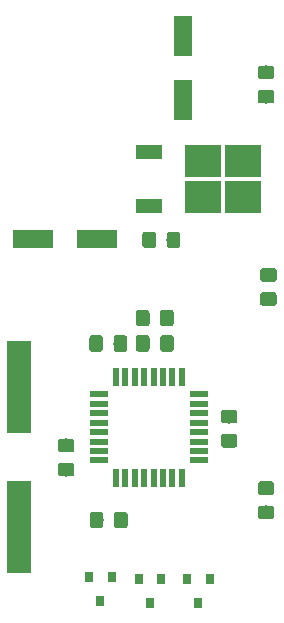
<source format=gbr>
G04 #@! TF.GenerationSoftware,KiCad,Pcbnew,5.0.2-bee76a0~70~ubuntu18.04.1*
G04 #@! TF.CreationDate,2018-12-03T19:26:52-05:00*
G04 #@! TF.ProjectId,LEDStuff,4c454453-7475-4666-962e-6b696361645f,rev?*
G04 #@! TF.SameCoordinates,Original*
G04 #@! TF.FileFunction,Paste,Top*
G04 #@! TF.FilePolarity,Positive*
%FSLAX46Y46*%
G04 Gerber Fmt 4.6, Leading zero omitted, Abs format (unit mm)*
G04 Created by KiCad (PCBNEW 5.0.2-bee76a0~70~ubuntu18.04.1) date Mon 03 Dec 2018 07:26:52 PM EST*
%MOMM*%
%LPD*%
G01*
G04 APERTURE LIST*
%ADD10C,0.100000*%
%ADD11C,1.150000*%
%ADD12R,1.600000X3.500000*%
%ADD13R,3.500000X1.600000*%
%ADD14R,0.800000X0.900000*%
%ADD15R,1.600000X0.550000*%
%ADD16R,0.550000X1.600000*%
%ADD17R,2.000000X7.875000*%
%ADD18R,2.200000X1.200000*%
%ADD19R,3.050000X2.750000*%
G04 APERTURE END LIST*
D10*
G04 #@! TO.C,C1*
G36*
X153280905Y-101973404D02*
X153305173Y-101977004D01*
X153328972Y-101982965D01*
X153352071Y-101991230D01*
X153374250Y-102001720D01*
X153395293Y-102014332D01*
X153414999Y-102028947D01*
X153433177Y-102045423D01*
X153449653Y-102063601D01*
X153464268Y-102083307D01*
X153476880Y-102104350D01*
X153487370Y-102126529D01*
X153495635Y-102149628D01*
X153501596Y-102173427D01*
X153505196Y-102197695D01*
X153506400Y-102222199D01*
X153506400Y-102872201D01*
X153505196Y-102896705D01*
X153501596Y-102920973D01*
X153495635Y-102944772D01*
X153487370Y-102967871D01*
X153476880Y-102990050D01*
X153464268Y-103011093D01*
X153449653Y-103030799D01*
X153433177Y-103048977D01*
X153414999Y-103065453D01*
X153395293Y-103080068D01*
X153374250Y-103092680D01*
X153352071Y-103103170D01*
X153328972Y-103111435D01*
X153305173Y-103117396D01*
X153280905Y-103120996D01*
X153256401Y-103122200D01*
X152356399Y-103122200D01*
X152331895Y-103120996D01*
X152307627Y-103117396D01*
X152283828Y-103111435D01*
X152260729Y-103103170D01*
X152238550Y-103092680D01*
X152217507Y-103080068D01*
X152197801Y-103065453D01*
X152179623Y-103048977D01*
X152163147Y-103030799D01*
X152148532Y-103011093D01*
X152135920Y-102990050D01*
X152125430Y-102967871D01*
X152117165Y-102944772D01*
X152111204Y-102920973D01*
X152107604Y-102896705D01*
X152106400Y-102872201D01*
X152106400Y-102222199D01*
X152107604Y-102197695D01*
X152111204Y-102173427D01*
X152117165Y-102149628D01*
X152125430Y-102126529D01*
X152135920Y-102104350D01*
X152148532Y-102083307D01*
X152163147Y-102063601D01*
X152179623Y-102045423D01*
X152197801Y-102028947D01*
X152217507Y-102014332D01*
X152238550Y-102001720D01*
X152260729Y-101991230D01*
X152283828Y-101982965D01*
X152307627Y-101977004D01*
X152331895Y-101973404D01*
X152356399Y-101972200D01*
X153256401Y-101972200D01*
X153280905Y-101973404D01*
X153280905Y-101973404D01*
G37*
D11*
X152806400Y-102547200D03*
D10*
G36*
X153280905Y-104023404D02*
X153305173Y-104027004D01*
X153328972Y-104032965D01*
X153352071Y-104041230D01*
X153374250Y-104051720D01*
X153395293Y-104064332D01*
X153414999Y-104078947D01*
X153433177Y-104095423D01*
X153449653Y-104113601D01*
X153464268Y-104133307D01*
X153476880Y-104154350D01*
X153487370Y-104176529D01*
X153495635Y-104199628D01*
X153501596Y-104223427D01*
X153505196Y-104247695D01*
X153506400Y-104272199D01*
X153506400Y-104922201D01*
X153505196Y-104946705D01*
X153501596Y-104970973D01*
X153495635Y-104994772D01*
X153487370Y-105017871D01*
X153476880Y-105040050D01*
X153464268Y-105061093D01*
X153449653Y-105080799D01*
X153433177Y-105098977D01*
X153414999Y-105115453D01*
X153395293Y-105130068D01*
X153374250Y-105142680D01*
X153352071Y-105153170D01*
X153328972Y-105161435D01*
X153305173Y-105167396D01*
X153280905Y-105170996D01*
X153256401Y-105172200D01*
X152356399Y-105172200D01*
X152331895Y-105170996D01*
X152307627Y-105167396D01*
X152283828Y-105161435D01*
X152260729Y-105153170D01*
X152238550Y-105142680D01*
X152217507Y-105130068D01*
X152197801Y-105115453D01*
X152179623Y-105098977D01*
X152163147Y-105080799D01*
X152148532Y-105061093D01*
X152135920Y-105040050D01*
X152125430Y-105017871D01*
X152117165Y-104994772D01*
X152111204Y-104970973D01*
X152107604Y-104946705D01*
X152106400Y-104922201D01*
X152106400Y-104272199D01*
X152107604Y-104247695D01*
X152111204Y-104223427D01*
X152117165Y-104199628D01*
X152125430Y-104176529D01*
X152135920Y-104154350D01*
X152148532Y-104133307D01*
X152163147Y-104113601D01*
X152179623Y-104095423D01*
X152197801Y-104078947D01*
X152217507Y-104064332D01*
X152238550Y-104051720D01*
X152260729Y-104041230D01*
X152283828Y-104032965D01*
X152307627Y-104027004D01*
X152331895Y-104023404D01*
X152356399Y-104022200D01*
X153256401Y-104022200D01*
X153280905Y-104023404D01*
X153280905Y-104023404D01*
G37*
D11*
X152806400Y-104597200D03*
G04 #@! TD*
D12*
G04 #@! TO.C,C2*
X148890996Y-75712071D03*
X148890996Y-70312071D03*
G04 #@! TD*
D13*
G04 #@! TO.C,C3*
X136199900Y-87541100D03*
X141599900Y-87541100D03*
G04 #@! TD*
D10*
G04 #@! TO.C,C4*
G36*
X146386805Y-86893104D02*
X146411073Y-86896704D01*
X146434872Y-86902665D01*
X146457971Y-86910930D01*
X146480150Y-86921420D01*
X146501193Y-86934032D01*
X146520899Y-86948647D01*
X146539077Y-86965123D01*
X146555553Y-86983301D01*
X146570168Y-87003007D01*
X146582780Y-87024050D01*
X146593270Y-87046229D01*
X146601535Y-87069328D01*
X146607496Y-87093127D01*
X146611096Y-87117395D01*
X146612300Y-87141899D01*
X146612300Y-88041901D01*
X146611096Y-88066405D01*
X146607496Y-88090673D01*
X146601535Y-88114472D01*
X146593270Y-88137571D01*
X146582780Y-88159750D01*
X146570168Y-88180793D01*
X146555553Y-88200499D01*
X146539077Y-88218677D01*
X146520899Y-88235153D01*
X146501193Y-88249768D01*
X146480150Y-88262380D01*
X146457971Y-88272870D01*
X146434872Y-88281135D01*
X146411073Y-88287096D01*
X146386805Y-88290696D01*
X146362301Y-88291900D01*
X145712299Y-88291900D01*
X145687795Y-88290696D01*
X145663527Y-88287096D01*
X145639728Y-88281135D01*
X145616629Y-88272870D01*
X145594450Y-88262380D01*
X145573407Y-88249768D01*
X145553701Y-88235153D01*
X145535523Y-88218677D01*
X145519047Y-88200499D01*
X145504432Y-88180793D01*
X145491820Y-88159750D01*
X145481330Y-88137571D01*
X145473065Y-88114472D01*
X145467104Y-88090673D01*
X145463504Y-88066405D01*
X145462300Y-88041901D01*
X145462300Y-87141899D01*
X145463504Y-87117395D01*
X145467104Y-87093127D01*
X145473065Y-87069328D01*
X145481330Y-87046229D01*
X145491820Y-87024050D01*
X145504432Y-87003007D01*
X145519047Y-86983301D01*
X145535523Y-86965123D01*
X145553701Y-86948647D01*
X145573407Y-86934032D01*
X145594450Y-86921420D01*
X145616629Y-86910930D01*
X145639728Y-86902665D01*
X145663527Y-86896704D01*
X145687795Y-86893104D01*
X145712299Y-86891900D01*
X146362301Y-86891900D01*
X146386805Y-86893104D01*
X146386805Y-86893104D01*
G37*
D11*
X146037300Y-87591900D03*
D10*
G36*
X148436805Y-86893104D02*
X148461073Y-86896704D01*
X148484872Y-86902665D01*
X148507971Y-86910930D01*
X148530150Y-86921420D01*
X148551193Y-86934032D01*
X148570899Y-86948647D01*
X148589077Y-86965123D01*
X148605553Y-86983301D01*
X148620168Y-87003007D01*
X148632780Y-87024050D01*
X148643270Y-87046229D01*
X148651535Y-87069328D01*
X148657496Y-87093127D01*
X148661096Y-87117395D01*
X148662300Y-87141899D01*
X148662300Y-88041901D01*
X148661096Y-88066405D01*
X148657496Y-88090673D01*
X148651535Y-88114472D01*
X148643270Y-88137571D01*
X148632780Y-88159750D01*
X148620168Y-88180793D01*
X148605553Y-88200499D01*
X148589077Y-88218677D01*
X148570899Y-88235153D01*
X148551193Y-88249768D01*
X148530150Y-88262380D01*
X148507971Y-88272870D01*
X148484872Y-88281135D01*
X148461073Y-88287096D01*
X148436805Y-88290696D01*
X148412301Y-88291900D01*
X147762299Y-88291900D01*
X147737795Y-88290696D01*
X147713527Y-88287096D01*
X147689728Y-88281135D01*
X147666629Y-88272870D01*
X147644450Y-88262380D01*
X147623407Y-88249768D01*
X147603701Y-88235153D01*
X147585523Y-88218677D01*
X147569047Y-88200499D01*
X147554432Y-88180793D01*
X147541820Y-88159750D01*
X147531330Y-88137571D01*
X147523065Y-88114472D01*
X147517104Y-88090673D01*
X147513504Y-88066405D01*
X147512300Y-88041901D01*
X147512300Y-87141899D01*
X147513504Y-87117395D01*
X147517104Y-87093127D01*
X147523065Y-87069328D01*
X147531330Y-87046229D01*
X147541820Y-87024050D01*
X147554432Y-87003007D01*
X147569047Y-86983301D01*
X147585523Y-86965123D01*
X147603701Y-86948647D01*
X147623407Y-86934032D01*
X147644450Y-86921420D01*
X147666629Y-86910930D01*
X147689728Y-86902665D01*
X147713527Y-86896704D01*
X147737795Y-86893104D01*
X147762299Y-86891900D01*
X148412301Y-86891900D01*
X148436805Y-86893104D01*
X148436805Y-86893104D01*
G37*
D11*
X148087300Y-87591900D03*
G04 #@! TD*
D10*
G04 #@! TO.C,C5*
G36*
X145835405Y-95656104D02*
X145859673Y-95659704D01*
X145883472Y-95665665D01*
X145906571Y-95673930D01*
X145928750Y-95684420D01*
X145949793Y-95697032D01*
X145969499Y-95711647D01*
X145987677Y-95728123D01*
X146004153Y-95746301D01*
X146018768Y-95766007D01*
X146031380Y-95787050D01*
X146041870Y-95809229D01*
X146050135Y-95832328D01*
X146056096Y-95856127D01*
X146059696Y-95880395D01*
X146060900Y-95904899D01*
X146060900Y-96804901D01*
X146059696Y-96829405D01*
X146056096Y-96853673D01*
X146050135Y-96877472D01*
X146041870Y-96900571D01*
X146031380Y-96922750D01*
X146018768Y-96943793D01*
X146004153Y-96963499D01*
X145987677Y-96981677D01*
X145969499Y-96998153D01*
X145949793Y-97012768D01*
X145928750Y-97025380D01*
X145906571Y-97035870D01*
X145883472Y-97044135D01*
X145859673Y-97050096D01*
X145835405Y-97053696D01*
X145810901Y-97054900D01*
X145160899Y-97054900D01*
X145136395Y-97053696D01*
X145112127Y-97050096D01*
X145088328Y-97044135D01*
X145065229Y-97035870D01*
X145043050Y-97025380D01*
X145022007Y-97012768D01*
X145002301Y-96998153D01*
X144984123Y-96981677D01*
X144967647Y-96963499D01*
X144953032Y-96943793D01*
X144940420Y-96922750D01*
X144929930Y-96900571D01*
X144921665Y-96877472D01*
X144915704Y-96853673D01*
X144912104Y-96829405D01*
X144910900Y-96804901D01*
X144910900Y-95904899D01*
X144912104Y-95880395D01*
X144915704Y-95856127D01*
X144921665Y-95832328D01*
X144929930Y-95809229D01*
X144940420Y-95787050D01*
X144953032Y-95766007D01*
X144967647Y-95746301D01*
X144984123Y-95728123D01*
X145002301Y-95711647D01*
X145022007Y-95697032D01*
X145043050Y-95684420D01*
X145065229Y-95673930D01*
X145088328Y-95665665D01*
X145112127Y-95659704D01*
X145136395Y-95656104D01*
X145160899Y-95654900D01*
X145810901Y-95654900D01*
X145835405Y-95656104D01*
X145835405Y-95656104D01*
G37*
D11*
X145485900Y-96354900D03*
D10*
G36*
X147885405Y-95656104D02*
X147909673Y-95659704D01*
X147933472Y-95665665D01*
X147956571Y-95673930D01*
X147978750Y-95684420D01*
X147999793Y-95697032D01*
X148019499Y-95711647D01*
X148037677Y-95728123D01*
X148054153Y-95746301D01*
X148068768Y-95766007D01*
X148081380Y-95787050D01*
X148091870Y-95809229D01*
X148100135Y-95832328D01*
X148106096Y-95856127D01*
X148109696Y-95880395D01*
X148110900Y-95904899D01*
X148110900Y-96804901D01*
X148109696Y-96829405D01*
X148106096Y-96853673D01*
X148100135Y-96877472D01*
X148091870Y-96900571D01*
X148081380Y-96922750D01*
X148068768Y-96943793D01*
X148054153Y-96963499D01*
X148037677Y-96981677D01*
X148019499Y-96998153D01*
X147999793Y-97012768D01*
X147978750Y-97025380D01*
X147956571Y-97035870D01*
X147933472Y-97044135D01*
X147909673Y-97050096D01*
X147885405Y-97053696D01*
X147860901Y-97054900D01*
X147210899Y-97054900D01*
X147186395Y-97053696D01*
X147162127Y-97050096D01*
X147138328Y-97044135D01*
X147115229Y-97035870D01*
X147093050Y-97025380D01*
X147072007Y-97012768D01*
X147052301Y-96998153D01*
X147034123Y-96981677D01*
X147017647Y-96963499D01*
X147003032Y-96943793D01*
X146990420Y-96922750D01*
X146979930Y-96900571D01*
X146971665Y-96877472D01*
X146965704Y-96853673D01*
X146962104Y-96829405D01*
X146960900Y-96804901D01*
X146960900Y-95904899D01*
X146962104Y-95880395D01*
X146965704Y-95856127D01*
X146971665Y-95832328D01*
X146979930Y-95809229D01*
X146990420Y-95787050D01*
X147003032Y-95766007D01*
X147017647Y-95746301D01*
X147034123Y-95728123D01*
X147052301Y-95711647D01*
X147072007Y-95697032D01*
X147093050Y-95684420D01*
X147115229Y-95673930D01*
X147138328Y-95665665D01*
X147162127Y-95659704D01*
X147186395Y-95656104D01*
X147210899Y-95654900D01*
X147860901Y-95654900D01*
X147885405Y-95656104D01*
X147885405Y-95656104D01*
G37*
D11*
X147535900Y-96354900D03*
G04 #@! TD*
D10*
G04 #@! TO.C,C6*
G36*
X141923805Y-110604004D02*
X141948073Y-110607604D01*
X141971872Y-110613565D01*
X141994971Y-110621830D01*
X142017150Y-110632320D01*
X142038193Y-110644932D01*
X142057899Y-110659547D01*
X142076077Y-110676023D01*
X142092553Y-110694201D01*
X142107168Y-110713907D01*
X142119780Y-110734950D01*
X142130270Y-110757129D01*
X142138535Y-110780228D01*
X142144496Y-110804027D01*
X142148096Y-110828295D01*
X142149300Y-110852799D01*
X142149300Y-111752801D01*
X142148096Y-111777305D01*
X142144496Y-111801573D01*
X142138535Y-111825372D01*
X142130270Y-111848471D01*
X142119780Y-111870650D01*
X142107168Y-111891693D01*
X142092553Y-111911399D01*
X142076077Y-111929577D01*
X142057899Y-111946053D01*
X142038193Y-111960668D01*
X142017150Y-111973280D01*
X141994971Y-111983770D01*
X141971872Y-111992035D01*
X141948073Y-111997996D01*
X141923805Y-112001596D01*
X141899301Y-112002800D01*
X141249299Y-112002800D01*
X141224795Y-112001596D01*
X141200527Y-111997996D01*
X141176728Y-111992035D01*
X141153629Y-111983770D01*
X141131450Y-111973280D01*
X141110407Y-111960668D01*
X141090701Y-111946053D01*
X141072523Y-111929577D01*
X141056047Y-111911399D01*
X141041432Y-111891693D01*
X141028820Y-111870650D01*
X141018330Y-111848471D01*
X141010065Y-111825372D01*
X141004104Y-111801573D01*
X141000504Y-111777305D01*
X140999300Y-111752801D01*
X140999300Y-110852799D01*
X141000504Y-110828295D01*
X141004104Y-110804027D01*
X141010065Y-110780228D01*
X141018330Y-110757129D01*
X141028820Y-110734950D01*
X141041432Y-110713907D01*
X141056047Y-110694201D01*
X141072523Y-110676023D01*
X141090701Y-110659547D01*
X141110407Y-110644932D01*
X141131450Y-110632320D01*
X141153629Y-110621830D01*
X141176728Y-110613565D01*
X141200527Y-110607604D01*
X141224795Y-110604004D01*
X141249299Y-110602800D01*
X141899301Y-110602800D01*
X141923805Y-110604004D01*
X141923805Y-110604004D01*
G37*
D11*
X141574300Y-111302800D03*
D10*
G36*
X143973805Y-110604004D02*
X143998073Y-110607604D01*
X144021872Y-110613565D01*
X144044971Y-110621830D01*
X144067150Y-110632320D01*
X144088193Y-110644932D01*
X144107899Y-110659547D01*
X144126077Y-110676023D01*
X144142553Y-110694201D01*
X144157168Y-110713907D01*
X144169780Y-110734950D01*
X144180270Y-110757129D01*
X144188535Y-110780228D01*
X144194496Y-110804027D01*
X144198096Y-110828295D01*
X144199300Y-110852799D01*
X144199300Y-111752801D01*
X144198096Y-111777305D01*
X144194496Y-111801573D01*
X144188535Y-111825372D01*
X144180270Y-111848471D01*
X144169780Y-111870650D01*
X144157168Y-111891693D01*
X144142553Y-111911399D01*
X144126077Y-111929577D01*
X144107899Y-111946053D01*
X144088193Y-111960668D01*
X144067150Y-111973280D01*
X144044971Y-111983770D01*
X144021872Y-111992035D01*
X143998073Y-111997996D01*
X143973805Y-112001596D01*
X143949301Y-112002800D01*
X143299299Y-112002800D01*
X143274795Y-112001596D01*
X143250527Y-111997996D01*
X143226728Y-111992035D01*
X143203629Y-111983770D01*
X143181450Y-111973280D01*
X143160407Y-111960668D01*
X143140701Y-111946053D01*
X143122523Y-111929577D01*
X143106047Y-111911399D01*
X143091432Y-111891693D01*
X143078820Y-111870650D01*
X143068330Y-111848471D01*
X143060065Y-111825372D01*
X143054104Y-111801573D01*
X143050504Y-111777305D01*
X143049300Y-111752801D01*
X143049300Y-110852799D01*
X143050504Y-110828295D01*
X143054104Y-110804027D01*
X143060065Y-110780228D01*
X143068330Y-110757129D01*
X143078820Y-110734950D01*
X143091432Y-110713907D01*
X143106047Y-110694201D01*
X143122523Y-110676023D01*
X143140701Y-110659547D01*
X143160407Y-110644932D01*
X143181450Y-110632320D01*
X143203629Y-110621830D01*
X143226728Y-110613565D01*
X143250527Y-110607604D01*
X143274795Y-110604004D01*
X143299299Y-110602800D01*
X143949301Y-110602800D01*
X143973805Y-110604004D01*
X143973805Y-110604004D01*
G37*
D11*
X143624300Y-111302800D03*
G04 #@! TD*
D10*
G04 #@! TO.C,C7*
G36*
X143944705Y-95668804D02*
X143968973Y-95672404D01*
X143992772Y-95678365D01*
X144015871Y-95686630D01*
X144038050Y-95697120D01*
X144059093Y-95709732D01*
X144078799Y-95724347D01*
X144096977Y-95740823D01*
X144113453Y-95759001D01*
X144128068Y-95778707D01*
X144140680Y-95799750D01*
X144151170Y-95821929D01*
X144159435Y-95845028D01*
X144165396Y-95868827D01*
X144168996Y-95893095D01*
X144170200Y-95917599D01*
X144170200Y-96817601D01*
X144168996Y-96842105D01*
X144165396Y-96866373D01*
X144159435Y-96890172D01*
X144151170Y-96913271D01*
X144140680Y-96935450D01*
X144128068Y-96956493D01*
X144113453Y-96976199D01*
X144096977Y-96994377D01*
X144078799Y-97010853D01*
X144059093Y-97025468D01*
X144038050Y-97038080D01*
X144015871Y-97048570D01*
X143992772Y-97056835D01*
X143968973Y-97062796D01*
X143944705Y-97066396D01*
X143920201Y-97067600D01*
X143270199Y-97067600D01*
X143245695Y-97066396D01*
X143221427Y-97062796D01*
X143197628Y-97056835D01*
X143174529Y-97048570D01*
X143152350Y-97038080D01*
X143131307Y-97025468D01*
X143111601Y-97010853D01*
X143093423Y-96994377D01*
X143076947Y-96976199D01*
X143062332Y-96956493D01*
X143049720Y-96935450D01*
X143039230Y-96913271D01*
X143030965Y-96890172D01*
X143025004Y-96866373D01*
X143021404Y-96842105D01*
X143020200Y-96817601D01*
X143020200Y-95917599D01*
X143021404Y-95893095D01*
X143025004Y-95868827D01*
X143030965Y-95845028D01*
X143039230Y-95821929D01*
X143049720Y-95799750D01*
X143062332Y-95778707D01*
X143076947Y-95759001D01*
X143093423Y-95740823D01*
X143111601Y-95724347D01*
X143131307Y-95709732D01*
X143152350Y-95697120D01*
X143174529Y-95686630D01*
X143197628Y-95678365D01*
X143221427Y-95672404D01*
X143245695Y-95668804D01*
X143270199Y-95667600D01*
X143920201Y-95667600D01*
X143944705Y-95668804D01*
X143944705Y-95668804D01*
G37*
D11*
X143595200Y-96367600D03*
D10*
G36*
X141894705Y-95668804D02*
X141918973Y-95672404D01*
X141942772Y-95678365D01*
X141965871Y-95686630D01*
X141988050Y-95697120D01*
X142009093Y-95709732D01*
X142028799Y-95724347D01*
X142046977Y-95740823D01*
X142063453Y-95759001D01*
X142078068Y-95778707D01*
X142090680Y-95799750D01*
X142101170Y-95821929D01*
X142109435Y-95845028D01*
X142115396Y-95868827D01*
X142118996Y-95893095D01*
X142120200Y-95917599D01*
X142120200Y-96817601D01*
X142118996Y-96842105D01*
X142115396Y-96866373D01*
X142109435Y-96890172D01*
X142101170Y-96913271D01*
X142090680Y-96935450D01*
X142078068Y-96956493D01*
X142063453Y-96976199D01*
X142046977Y-96994377D01*
X142028799Y-97010853D01*
X142009093Y-97025468D01*
X141988050Y-97038080D01*
X141965871Y-97048570D01*
X141942772Y-97056835D01*
X141918973Y-97062796D01*
X141894705Y-97066396D01*
X141870201Y-97067600D01*
X141220199Y-97067600D01*
X141195695Y-97066396D01*
X141171427Y-97062796D01*
X141147628Y-97056835D01*
X141124529Y-97048570D01*
X141102350Y-97038080D01*
X141081307Y-97025468D01*
X141061601Y-97010853D01*
X141043423Y-96994377D01*
X141026947Y-96976199D01*
X141012332Y-96956493D01*
X140999720Y-96935450D01*
X140989230Y-96913271D01*
X140980965Y-96890172D01*
X140975004Y-96866373D01*
X140971404Y-96842105D01*
X140970200Y-96817601D01*
X140970200Y-95917599D01*
X140971404Y-95893095D01*
X140975004Y-95868827D01*
X140980965Y-95845028D01*
X140989230Y-95821929D01*
X140999720Y-95799750D01*
X141012332Y-95778707D01*
X141026947Y-95759001D01*
X141043423Y-95740823D01*
X141061601Y-95724347D01*
X141081307Y-95709732D01*
X141102350Y-95697120D01*
X141124529Y-95686630D01*
X141147628Y-95678365D01*
X141171427Y-95672404D01*
X141195695Y-95668804D01*
X141220199Y-95667600D01*
X141870201Y-95667600D01*
X141894705Y-95668804D01*
X141894705Y-95668804D01*
G37*
D11*
X141545200Y-96367600D03*
G04 #@! TD*
D10*
G04 #@! TO.C,C8*
G36*
X156392405Y-72844904D02*
X156416673Y-72848504D01*
X156440472Y-72854465D01*
X156463571Y-72862730D01*
X156485750Y-72873220D01*
X156506793Y-72885832D01*
X156526499Y-72900447D01*
X156544677Y-72916923D01*
X156561153Y-72935101D01*
X156575768Y-72954807D01*
X156588380Y-72975850D01*
X156598870Y-72998029D01*
X156607135Y-73021128D01*
X156613096Y-73044927D01*
X156616696Y-73069195D01*
X156617900Y-73093699D01*
X156617900Y-73743701D01*
X156616696Y-73768205D01*
X156613096Y-73792473D01*
X156607135Y-73816272D01*
X156598870Y-73839371D01*
X156588380Y-73861550D01*
X156575768Y-73882593D01*
X156561153Y-73902299D01*
X156544677Y-73920477D01*
X156526499Y-73936953D01*
X156506793Y-73951568D01*
X156485750Y-73964180D01*
X156463571Y-73974670D01*
X156440472Y-73982935D01*
X156416673Y-73988896D01*
X156392405Y-73992496D01*
X156367901Y-73993700D01*
X155467899Y-73993700D01*
X155443395Y-73992496D01*
X155419127Y-73988896D01*
X155395328Y-73982935D01*
X155372229Y-73974670D01*
X155350050Y-73964180D01*
X155329007Y-73951568D01*
X155309301Y-73936953D01*
X155291123Y-73920477D01*
X155274647Y-73902299D01*
X155260032Y-73882593D01*
X155247420Y-73861550D01*
X155236930Y-73839371D01*
X155228665Y-73816272D01*
X155222704Y-73792473D01*
X155219104Y-73768205D01*
X155217900Y-73743701D01*
X155217900Y-73093699D01*
X155219104Y-73069195D01*
X155222704Y-73044927D01*
X155228665Y-73021128D01*
X155236930Y-72998029D01*
X155247420Y-72975850D01*
X155260032Y-72954807D01*
X155274647Y-72935101D01*
X155291123Y-72916923D01*
X155309301Y-72900447D01*
X155329007Y-72885832D01*
X155350050Y-72873220D01*
X155372229Y-72862730D01*
X155395328Y-72854465D01*
X155419127Y-72848504D01*
X155443395Y-72844904D01*
X155467899Y-72843700D01*
X156367901Y-72843700D01*
X156392405Y-72844904D01*
X156392405Y-72844904D01*
G37*
D11*
X155917900Y-73418700D03*
D10*
G36*
X156392405Y-74894904D02*
X156416673Y-74898504D01*
X156440472Y-74904465D01*
X156463571Y-74912730D01*
X156485750Y-74923220D01*
X156506793Y-74935832D01*
X156526499Y-74950447D01*
X156544677Y-74966923D01*
X156561153Y-74985101D01*
X156575768Y-75004807D01*
X156588380Y-75025850D01*
X156598870Y-75048029D01*
X156607135Y-75071128D01*
X156613096Y-75094927D01*
X156616696Y-75119195D01*
X156617900Y-75143699D01*
X156617900Y-75793701D01*
X156616696Y-75818205D01*
X156613096Y-75842473D01*
X156607135Y-75866272D01*
X156598870Y-75889371D01*
X156588380Y-75911550D01*
X156575768Y-75932593D01*
X156561153Y-75952299D01*
X156544677Y-75970477D01*
X156526499Y-75986953D01*
X156506793Y-76001568D01*
X156485750Y-76014180D01*
X156463571Y-76024670D01*
X156440472Y-76032935D01*
X156416673Y-76038896D01*
X156392405Y-76042496D01*
X156367901Y-76043700D01*
X155467899Y-76043700D01*
X155443395Y-76042496D01*
X155419127Y-76038896D01*
X155395328Y-76032935D01*
X155372229Y-76024670D01*
X155350050Y-76014180D01*
X155329007Y-76001568D01*
X155309301Y-75986953D01*
X155291123Y-75970477D01*
X155274647Y-75952299D01*
X155260032Y-75932593D01*
X155247420Y-75911550D01*
X155236930Y-75889371D01*
X155228665Y-75866272D01*
X155222704Y-75842473D01*
X155219104Y-75818205D01*
X155217900Y-75793701D01*
X155217900Y-75143699D01*
X155219104Y-75119195D01*
X155222704Y-75094927D01*
X155228665Y-75071128D01*
X155236930Y-75048029D01*
X155247420Y-75025850D01*
X155260032Y-75004807D01*
X155274647Y-74985101D01*
X155291123Y-74966923D01*
X155309301Y-74950447D01*
X155329007Y-74935832D01*
X155350050Y-74923220D01*
X155372229Y-74912730D01*
X155395328Y-74904465D01*
X155419127Y-74898504D01*
X155443395Y-74894904D01*
X155467899Y-74893700D01*
X156367901Y-74893700D01*
X156392405Y-74894904D01*
X156392405Y-74894904D01*
G37*
D11*
X155917900Y-75468700D03*
G04 #@! TD*
D10*
G04 #@! TO.C,C9*
G36*
X156595605Y-92027204D02*
X156619873Y-92030804D01*
X156643672Y-92036765D01*
X156666771Y-92045030D01*
X156688950Y-92055520D01*
X156709993Y-92068132D01*
X156729699Y-92082747D01*
X156747877Y-92099223D01*
X156764353Y-92117401D01*
X156778968Y-92137107D01*
X156791580Y-92158150D01*
X156802070Y-92180329D01*
X156810335Y-92203428D01*
X156816296Y-92227227D01*
X156819896Y-92251495D01*
X156821100Y-92275999D01*
X156821100Y-92926001D01*
X156819896Y-92950505D01*
X156816296Y-92974773D01*
X156810335Y-92998572D01*
X156802070Y-93021671D01*
X156791580Y-93043850D01*
X156778968Y-93064893D01*
X156764353Y-93084599D01*
X156747877Y-93102777D01*
X156729699Y-93119253D01*
X156709993Y-93133868D01*
X156688950Y-93146480D01*
X156666771Y-93156970D01*
X156643672Y-93165235D01*
X156619873Y-93171196D01*
X156595605Y-93174796D01*
X156571101Y-93176000D01*
X155671099Y-93176000D01*
X155646595Y-93174796D01*
X155622327Y-93171196D01*
X155598528Y-93165235D01*
X155575429Y-93156970D01*
X155553250Y-93146480D01*
X155532207Y-93133868D01*
X155512501Y-93119253D01*
X155494323Y-93102777D01*
X155477847Y-93084599D01*
X155463232Y-93064893D01*
X155450620Y-93043850D01*
X155440130Y-93021671D01*
X155431865Y-92998572D01*
X155425904Y-92974773D01*
X155422304Y-92950505D01*
X155421100Y-92926001D01*
X155421100Y-92275999D01*
X155422304Y-92251495D01*
X155425904Y-92227227D01*
X155431865Y-92203428D01*
X155440130Y-92180329D01*
X155450620Y-92158150D01*
X155463232Y-92137107D01*
X155477847Y-92117401D01*
X155494323Y-92099223D01*
X155512501Y-92082747D01*
X155532207Y-92068132D01*
X155553250Y-92055520D01*
X155575429Y-92045030D01*
X155598528Y-92036765D01*
X155622327Y-92030804D01*
X155646595Y-92027204D01*
X155671099Y-92026000D01*
X156571101Y-92026000D01*
X156595605Y-92027204D01*
X156595605Y-92027204D01*
G37*
D11*
X156121100Y-92601000D03*
D10*
G36*
X156595605Y-89977204D02*
X156619873Y-89980804D01*
X156643672Y-89986765D01*
X156666771Y-89995030D01*
X156688950Y-90005520D01*
X156709993Y-90018132D01*
X156729699Y-90032747D01*
X156747877Y-90049223D01*
X156764353Y-90067401D01*
X156778968Y-90087107D01*
X156791580Y-90108150D01*
X156802070Y-90130329D01*
X156810335Y-90153428D01*
X156816296Y-90177227D01*
X156819896Y-90201495D01*
X156821100Y-90225999D01*
X156821100Y-90876001D01*
X156819896Y-90900505D01*
X156816296Y-90924773D01*
X156810335Y-90948572D01*
X156802070Y-90971671D01*
X156791580Y-90993850D01*
X156778968Y-91014893D01*
X156764353Y-91034599D01*
X156747877Y-91052777D01*
X156729699Y-91069253D01*
X156709993Y-91083868D01*
X156688950Y-91096480D01*
X156666771Y-91106970D01*
X156643672Y-91115235D01*
X156619873Y-91121196D01*
X156595605Y-91124796D01*
X156571101Y-91126000D01*
X155671099Y-91126000D01*
X155646595Y-91124796D01*
X155622327Y-91121196D01*
X155598528Y-91115235D01*
X155575429Y-91106970D01*
X155553250Y-91096480D01*
X155532207Y-91083868D01*
X155512501Y-91069253D01*
X155494323Y-91052777D01*
X155477847Y-91034599D01*
X155463232Y-91014893D01*
X155450620Y-90993850D01*
X155440130Y-90971671D01*
X155431865Y-90948572D01*
X155425904Y-90924773D01*
X155422304Y-90900505D01*
X155421100Y-90876001D01*
X155421100Y-90225999D01*
X155422304Y-90201495D01*
X155425904Y-90177227D01*
X155431865Y-90153428D01*
X155440130Y-90130329D01*
X155450620Y-90108150D01*
X155463232Y-90087107D01*
X155477847Y-90067401D01*
X155494323Y-90049223D01*
X155512501Y-90032747D01*
X155532207Y-90018132D01*
X155553250Y-90005520D01*
X155575429Y-89995030D01*
X155598528Y-89986765D01*
X155622327Y-89980804D01*
X155646595Y-89977204D01*
X155671099Y-89976000D01*
X156571101Y-89976000D01*
X156595605Y-89977204D01*
X156595605Y-89977204D01*
G37*
D11*
X156121100Y-90551000D03*
G04 #@! TD*
D10*
G04 #@! TO.C,C10*
G36*
X156392405Y-110094004D02*
X156416673Y-110097604D01*
X156440472Y-110103565D01*
X156463571Y-110111830D01*
X156485750Y-110122320D01*
X156506793Y-110134932D01*
X156526499Y-110149547D01*
X156544677Y-110166023D01*
X156561153Y-110184201D01*
X156575768Y-110203907D01*
X156588380Y-110224950D01*
X156598870Y-110247129D01*
X156607135Y-110270228D01*
X156613096Y-110294027D01*
X156616696Y-110318295D01*
X156617900Y-110342799D01*
X156617900Y-110992801D01*
X156616696Y-111017305D01*
X156613096Y-111041573D01*
X156607135Y-111065372D01*
X156598870Y-111088471D01*
X156588380Y-111110650D01*
X156575768Y-111131693D01*
X156561153Y-111151399D01*
X156544677Y-111169577D01*
X156526499Y-111186053D01*
X156506793Y-111200668D01*
X156485750Y-111213280D01*
X156463571Y-111223770D01*
X156440472Y-111232035D01*
X156416673Y-111237996D01*
X156392405Y-111241596D01*
X156367901Y-111242800D01*
X155467899Y-111242800D01*
X155443395Y-111241596D01*
X155419127Y-111237996D01*
X155395328Y-111232035D01*
X155372229Y-111223770D01*
X155350050Y-111213280D01*
X155329007Y-111200668D01*
X155309301Y-111186053D01*
X155291123Y-111169577D01*
X155274647Y-111151399D01*
X155260032Y-111131693D01*
X155247420Y-111110650D01*
X155236930Y-111088471D01*
X155228665Y-111065372D01*
X155222704Y-111041573D01*
X155219104Y-111017305D01*
X155217900Y-110992801D01*
X155217900Y-110342799D01*
X155219104Y-110318295D01*
X155222704Y-110294027D01*
X155228665Y-110270228D01*
X155236930Y-110247129D01*
X155247420Y-110224950D01*
X155260032Y-110203907D01*
X155274647Y-110184201D01*
X155291123Y-110166023D01*
X155309301Y-110149547D01*
X155329007Y-110134932D01*
X155350050Y-110122320D01*
X155372229Y-110111830D01*
X155395328Y-110103565D01*
X155419127Y-110097604D01*
X155443395Y-110094004D01*
X155467899Y-110092800D01*
X156367901Y-110092800D01*
X156392405Y-110094004D01*
X156392405Y-110094004D01*
G37*
D11*
X155917900Y-110667800D03*
D10*
G36*
X156392405Y-108044004D02*
X156416673Y-108047604D01*
X156440472Y-108053565D01*
X156463571Y-108061830D01*
X156485750Y-108072320D01*
X156506793Y-108084932D01*
X156526499Y-108099547D01*
X156544677Y-108116023D01*
X156561153Y-108134201D01*
X156575768Y-108153907D01*
X156588380Y-108174950D01*
X156598870Y-108197129D01*
X156607135Y-108220228D01*
X156613096Y-108244027D01*
X156616696Y-108268295D01*
X156617900Y-108292799D01*
X156617900Y-108942801D01*
X156616696Y-108967305D01*
X156613096Y-108991573D01*
X156607135Y-109015372D01*
X156598870Y-109038471D01*
X156588380Y-109060650D01*
X156575768Y-109081693D01*
X156561153Y-109101399D01*
X156544677Y-109119577D01*
X156526499Y-109136053D01*
X156506793Y-109150668D01*
X156485750Y-109163280D01*
X156463571Y-109173770D01*
X156440472Y-109182035D01*
X156416673Y-109187996D01*
X156392405Y-109191596D01*
X156367901Y-109192800D01*
X155467899Y-109192800D01*
X155443395Y-109191596D01*
X155419127Y-109187996D01*
X155395328Y-109182035D01*
X155372229Y-109173770D01*
X155350050Y-109163280D01*
X155329007Y-109150668D01*
X155309301Y-109136053D01*
X155291123Y-109119577D01*
X155274647Y-109101399D01*
X155260032Y-109081693D01*
X155247420Y-109060650D01*
X155236930Y-109038471D01*
X155228665Y-109015372D01*
X155222704Y-108991573D01*
X155219104Y-108967305D01*
X155217900Y-108942801D01*
X155217900Y-108292799D01*
X155219104Y-108268295D01*
X155222704Y-108244027D01*
X155228665Y-108220228D01*
X155236930Y-108197129D01*
X155247420Y-108174950D01*
X155260032Y-108153907D01*
X155274647Y-108134201D01*
X155291123Y-108116023D01*
X155309301Y-108099547D01*
X155329007Y-108084932D01*
X155350050Y-108072320D01*
X155372229Y-108061830D01*
X155395328Y-108053565D01*
X155419127Y-108047604D01*
X155443395Y-108044004D01*
X155467899Y-108042800D01*
X156367901Y-108042800D01*
X156392405Y-108044004D01*
X156392405Y-108044004D01*
G37*
D11*
X155917900Y-108617800D03*
G04 #@! TD*
D14*
G04 #@! TO.C,Q1*
X147050800Y-116322600D03*
X145150800Y-116322600D03*
X146100800Y-118322600D03*
G04 #@! TD*
G04 #@! TO.C,Q2*
X150202900Y-118297200D03*
X149252900Y-116297200D03*
X151152900Y-116297200D03*
G04 #@! TD*
G04 #@! TO.C,Q3*
X142859800Y-116144800D03*
X140959800Y-116144800D03*
X141909800Y-118144800D03*
G04 #@! TD*
D10*
G04 #@! TO.C,R1*
G36*
X145835405Y-93509804D02*
X145859673Y-93513404D01*
X145883472Y-93519365D01*
X145906571Y-93527630D01*
X145928750Y-93538120D01*
X145949793Y-93550732D01*
X145969499Y-93565347D01*
X145987677Y-93581823D01*
X146004153Y-93600001D01*
X146018768Y-93619707D01*
X146031380Y-93640750D01*
X146041870Y-93662929D01*
X146050135Y-93686028D01*
X146056096Y-93709827D01*
X146059696Y-93734095D01*
X146060900Y-93758599D01*
X146060900Y-94658601D01*
X146059696Y-94683105D01*
X146056096Y-94707373D01*
X146050135Y-94731172D01*
X146041870Y-94754271D01*
X146031380Y-94776450D01*
X146018768Y-94797493D01*
X146004153Y-94817199D01*
X145987677Y-94835377D01*
X145969499Y-94851853D01*
X145949793Y-94866468D01*
X145928750Y-94879080D01*
X145906571Y-94889570D01*
X145883472Y-94897835D01*
X145859673Y-94903796D01*
X145835405Y-94907396D01*
X145810901Y-94908600D01*
X145160899Y-94908600D01*
X145136395Y-94907396D01*
X145112127Y-94903796D01*
X145088328Y-94897835D01*
X145065229Y-94889570D01*
X145043050Y-94879080D01*
X145022007Y-94866468D01*
X145002301Y-94851853D01*
X144984123Y-94835377D01*
X144967647Y-94817199D01*
X144953032Y-94797493D01*
X144940420Y-94776450D01*
X144929930Y-94754271D01*
X144921665Y-94731172D01*
X144915704Y-94707373D01*
X144912104Y-94683105D01*
X144910900Y-94658601D01*
X144910900Y-93758599D01*
X144912104Y-93734095D01*
X144915704Y-93709827D01*
X144921665Y-93686028D01*
X144929930Y-93662929D01*
X144940420Y-93640750D01*
X144953032Y-93619707D01*
X144967647Y-93600001D01*
X144984123Y-93581823D01*
X145002301Y-93565347D01*
X145022007Y-93550732D01*
X145043050Y-93538120D01*
X145065229Y-93527630D01*
X145088328Y-93519365D01*
X145112127Y-93513404D01*
X145136395Y-93509804D01*
X145160899Y-93508600D01*
X145810901Y-93508600D01*
X145835405Y-93509804D01*
X145835405Y-93509804D01*
G37*
D11*
X145485900Y-94208600D03*
D10*
G36*
X147885405Y-93509804D02*
X147909673Y-93513404D01*
X147933472Y-93519365D01*
X147956571Y-93527630D01*
X147978750Y-93538120D01*
X147999793Y-93550732D01*
X148019499Y-93565347D01*
X148037677Y-93581823D01*
X148054153Y-93600001D01*
X148068768Y-93619707D01*
X148081380Y-93640750D01*
X148091870Y-93662929D01*
X148100135Y-93686028D01*
X148106096Y-93709827D01*
X148109696Y-93734095D01*
X148110900Y-93758599D01*
X148110900Y-94658601D01*
X148109696Y-94683105D01*
X148106096Y-94707373D01*
X148100135Y-94731172D01*
X148091870Y-94754271D01*
X148081380Y-94776450D01*
X148068768Y-94797493D01*
X148054153Y-94817199D01*
X148037677Y-94835377D01*
X148019499Y-94851853D01*
X147999793Y-94866468D01*
X147978750Y-94879080D01*
X147956571Y-94889570D01*
X147933472Y-94897835D01*
X147909673Y-94903796D01*
X147885405Y-94907396D01*
X147860901Y-94908600D01*
X147210899Y-94908600D01*
X147186395Y-94907396D01*
X147162127Y-94903796D01*
X147138328Y-94897835D01*
X147115229Y-94889570D01*
X147093050Y-94879080D01*
X147072007Y-94866468D01*
X147052301Y-94851853D01*
X147034123Y-94835377D01*
X147017647Y-94817199D01*
X147003032Y-94797493D01*
X146990420Y-94776450D01*
X146979930Y-94754271D01*
X146971665Y-94731172D01*
X146965704Y-94707373D01*
X146962104Y-94683105D01*
X146960900Y-94658601D01*
X146960900Y-93758599D01*
X146962104Y-93734095D01*
X146965704Y-93709827D01*
X146971665Y-93686028D01*
X146979930Y-93662929D01*
X146990420Y-93640750D01*
X147003032Y-93619707D01*
X147017647Y-93600001D01*
X147034123Y-93581823D01*
X147052301Y-93565347D01*
X147072007Y-93550732D01*
X147093050Y-93538120D01*
X147115229Y-93527630D01*
X147138328Y-93519365D01*
X147162127Y-93513404D01*
X147186395Y-93509804D01*
X147210899Y-93508600D01*
X147860901Y-93508600D01*
X147885405Y-93509804D01*
X147885405Y-93509804D01*
G37*
D11*
X147535900Y-94208600D03*
G04 #@! TD*
D10*
G04 #@! TO.C,R2*
G36*
X139476005Y-106474504D02*
X139500273Y-106478104D01*
X139524072Y-106484065D01*
X139547171Y-106492330D01*
X139569350Y-106502820D01*
X139590393Y-106515432D01*
X139610099Y-106530047D01*
X139628277Y-106546523D01*
X139644753Y-106564701D01*
X139659368Y-106584407D01*
X139671980Y-106605450D01*
X139682470Y-106627629D01*
X139690735Y-106650728D01*
X139696696Y-106674527D01*
X139700296Y-106698795D01*
X139701500Y-106723299D01*
X139701500Y-107373301D01*
X139700296Y-107397805D01*
X139696696Y-107422073D01*
X139690735Y-107445872D01*
X139682470Y-107468971D01*
X139671980Y-107491150D01*
X139659368Y-107512193D01*
X139644753Y-107531899D01*
X139628277Y-107550077D01*
X139610099Y-107566553D01*
X139590393Y-107581168D01*
X139569350Y-107593780D01*
X139547171Y-107604270D01*
X139524072Y-107612535D01*
X139500273Y-107618496D01*
X139476005Y-107622096D01*
X139451501Y-107623300D01*
X138551499Y-107623300D01*
X138526995Y-107622096D01*
X138502727Y-107618496D01*
X138478928Y-107612535D01*
X138455829Y-107604270D01*
X138433650Y-107593780D01*
X138412607Y-107581168D01*
X138392901Y-107566553D01*
X138374723Y-107550077D01*
X138358247Y-107531899D01*
X138343632Y-107512193D01*
X138331020Y-107491150D01*
X138320530Y-107468971D01*
X138312265Y-107445872D01*
X138306304Y-107422073D01*
X138302704Y-107397805D01*
X138301500Y-107373301D01*
X138301500Y-106723299D01*
X138302704Y-106698795D01*
X138306304Y-106674527D01*
X138312265Y-106650728D01*
X138320530Y-106627629D01*
X138331020Y-106605450D01*
X138343632Y-106584407D01*
X138358247Y-106564701D01*
X138374723Y-106546523D01*
X138392901Y-106530047D01*
X138412607Y-106515432D01*
X138433650Y-106502820D01*
X138455829Y-106492330D01*
X138478928Y-106484065D01*
X138502727Y-106478104D01*
X138526995Y-106474504D01*
X138551499Y-106473300D01*
X139451501Y-106473300D01*
X139476005Y-106474504D01*
X139476005Y-106474504D01*
G37*
D11*
X139001500Y-107048300D03*
D10*
G36*
X139476005Y-104424504D02*
X139500273Y-104428104D01*
X139524072Y-104434065D01*
X139547171Y-104442330D01*
X139569350Y-104452820D01*
X139590393Y-104465432D01*
X139610099Y-104480047D01*
X139628277Y-104496523D01*
X139644753Y-104514701D01*
X139659368Y-104534407D01*
X139671980Y-104555450D01*
X139682470Y-104577629D01*
X139690735Y-104600728D01*
X139696696Y-104624527D01*
X139700296Y-104648795D01*
X139701500Y-104673299D01*
X139701500Y-105323301D01*
X139700296Y-105347805D01*
X139696696Y-105372073D01*
X139690735Y-105395872D01*
X139682470Y-105418971D01*
X139671980Y-105441150D01*
X139659368Y-105462193D01*
X139644753Y-105481899D01*
X139628277Y-105500077D01*
X139610099Y-105516553D01*
X139590393Y-105531168D01*
X139569350Y-105543780D01*
X139547171Y-105554270D01*
X139524072Y-105562535D01*
X139500273Y-105568496D01*
X139476005Y-105572096D01*
X139451501Y-105573300D01*
X138551499Y-105573300D01*
X138526995Y-105572096D01*
X138502727Y-105568496D01*
X138478928Y-105562535D01*
X138455829Y-105554270D01*
X138433650Y-105543780D01*
X138412607Y-105531168D01*
X138392901Y-105516553D01*
X138374723Y-105500077D01*
X138358247Y-105481899D01*
X138343632Y-105462193D01*
X138331020Y-105441150D01*
X138320530Y-105418971D01*
X138312265Y-105395872D01*
X138306304Y-105372073D01*
X138302704Y-105347805D01*
X138301500Y-105323301D01*
X138301500Y-104673299D01*
X138302704Y-104648795D01*
X138306304Y-104624527D01*
X138312265Y-104600728D01*
X138320530Y-104577629D01*
X138331020Y-104555450D01*
X138343632Y-104534407D01*
X138358247Y-104514701D01*
X138374723Y-104496523D01*
X138392901Y-104480047D01*
X138412607Y-104465432D01*
X138433650Y-104452820D01*
X138455829Y-104442330D01*
X138478928Y-104434065D01*
X138502727Y-104428104D01*
X138526995Y-104424504D01*
X138551499Y-104423300D01*
X139451501Y-104423300D01*
X139476005Y-104424504D01*
X139476005Y-104424504D01*
G37*
D11*
X139001500Y-104998300D03*
G04 #@! TD*
D15*
G04 #@! TO.C,U1*
X141749200Y-100666900D03*
X141749200Y-101466900D03*
X141749200Y-102266900D03*
X141749200Y-103066900D03*
X141749200Y-103866900D03*
X141749200Y-104666900D03*
X141749200Y-105466900D03*
X141749200Y-106266900D03*
D16*
X143199200Y-107716900D03*
X143999200Y-107716900D03*
X144799200Y-107716900D03*
X145599200Y-107716900D03*
X146399200Y-107716900D03*
X147199200Y-107716900D03*
X147999200Y-107716900D03*
X148799200Y-107716900D03*
D15*
X150249200Y-106266900D03*
X150249200Y-105466900D03*
X150249200Y-104666900D03*
X150249200Y-103866900D03*
X150249200Y-103066900D03*
X150249200Y-102266900D03*
X150249200Y-101466900D03*
X150249200Y-100666900D03*
D16*
X148799200Y-99216900D03*
X147999200Y-99216900D03*
X147199200Y-99216900D03*
X146399200Y-99216900D03*
X145599200Y-99216900D03*
X144799200Y-99216900D03*
X143999200Y-99216900D03*
X143199200Y-99216900D03*
G04 #@! TD*
D17*
G04 #@! TO.C,Y1*
X134975600Y-111931700D03*
X134975600Y-100056700D03*
G04 #@! TD*
D18*
G04 #@! TO.C,U2*
X145977500Y-80181100D03*
X145977500Y-84741100D03*
D19*
X153952500Y-83986100D03*
X150602500Y-80936100D03*
X153952500Y-80936100D03*
X150602500Y-83986100D03*
G04 #@! TD*
M02*

</source>
